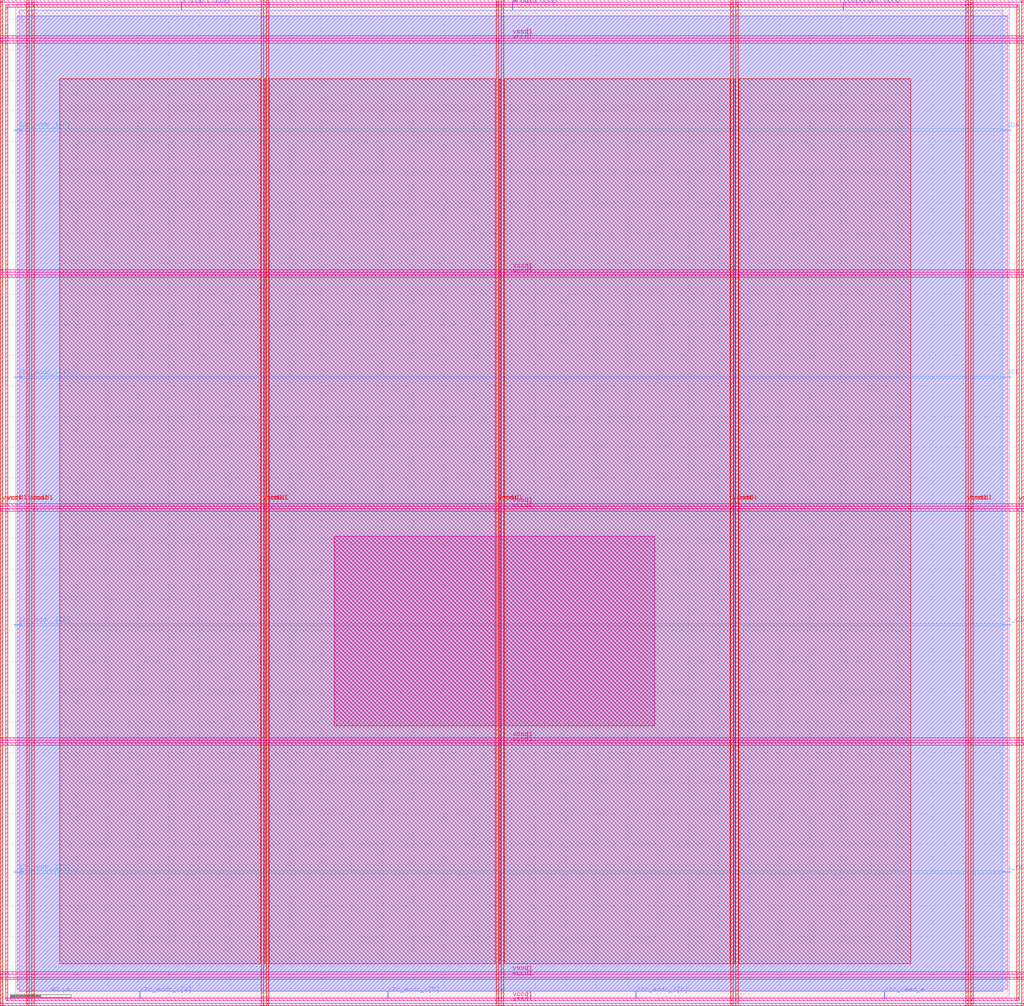
<source format=lef>
VERSION 5.7 ;
  NOWIREEXTENSIONATPIN ON ;
  DIVIDERCHAR "/" ;
  BUSBITCHARS "[]" ;
MACRO i2c_interface_component
  CLASS BLOCK ;
  FOREIGN i2c_interface_component ;
  ORIGIN 0.000 0.000 ;
  SIZE 650.000 BY 650.000 ;
  PIN SCL
    DIRECTION INOUT ;
    USE SIGNAL ;
    ANTENNAGATEAREA 0.126000 ;
    ANTENNADIFFAREA 1.782000 ;
    PORT
      LAYER met3 ;
        RECT 646.000 405.320 651.000 405.920 ;
    END
  END SCL
  PIN SDA
    DIRECTION INOUT ;
    USE SIGNAL ;
    ANTENNAGATEAREA 0.126000 ;
    ANTENNADIFFAREA 1.782000 ;
    PORT
      LAYER met3 ;
        RECT 646.000 567.160 651.000 567.760 ;
    END
  END SDA
  PIN component_mode
    DIRECTION INPUT ;
    USE SIGNAL ;
    ANTENNAGATEAREA 0.213000 ;
    PORT
      LAYER met2 ;
        RECT 541.510 646.000 541.790 651.000 ;
    END
  END component_mode
  PIN i2c_addr_i[0]
    DIRECTION INPUT ;
    USE SIGNAL ;
    ANTENNAGATEAREA 0.495000 ;
    PORT
      LAYER met3 ;
        RECT -1.000 567.160 4.000 567.760 ;
    END
  END i2c_addr_i[0]
  PIN i2c_addr_i[1]
    DIRECTION INPUT ;
    USE SIGNAL ;
    ANTENNAGATEAREA 0.426000 ;
    PORT
      LAYER met3 ;
        RECT -1.000 405.320 4.000 405.920 ;
    END
  END i2c_addr_i[1]
  PIN i2c_addr_i[2]
    DIRECTION INPUT ;
    USE SIGNAL ;
    ANTENNAGATEAREA 0.247500 ;
    PORT
      LAYER met3 ;
        RECT -1.000 243.480 4.000 244.080 ;
    END
  END i2c_addr_i[2]
  PIN i2c_addr_i[3]
    DIRECTION INPUT ;
    USE SIGNAL ;
    ANTENNAGATEAREA 0.213000 ;
    PORT
      LAYER met3 ;
        RECT -1.000 81.640 4.000 82.240 ;
    END
  END i2c_addr_i[3]
  PIN i2c_addr_i[4]
    DIRECTION INPUT ;
    USE SIGNAL ;
    ANTENNAGATEAREA 0.159000 ;
    PORT
      LAYER met2 ;
        RECT 81.050 -1.000 81.330 4.000 ;
    END
  END i2c_addr_i[4]
  PIN i2c_addr_i[5]
    DIRECTION INPUT ;
    USE SIGNAL ;
    ANTENNAGATEAREA 0.213000 ;
    PORT
      LAYER met2 ;
        RECT 243.430 -1.000 243.710 4.000 ;
    END
  END i2c_addr_i[5]
  PIN i2c_addr_i[6]
    DIRECTION INPUT ;
    USE SIGNAL ;
    ANTENNAGATEAREA 0.196500 ;
    PORT
      LAYER met2 ;
        RECT 405.810 -1.000 406.090 4.000 ;
    END
  END i2c_addr_i[6]
  PIN i2c_read_e
    DIRECTION INPUT ;
    USE SIGNAL ;
    ANTENNAGATEAREA 0.213000 ;
    PORT
      LAYER met2 ;
        RECT 568.190 -1.000 568.470 4.000 ;
    END
  END i2c_read_e
  PIN m_data_dump
    DIRECTION OUTPUT TRISTATE ;
    USE SIGNAL ;
    ANTENNADIFFAREA 0.445500 ;
    PORT
      LAYER met2 ;
        RECT 324.850 646.000 325.130 651.000 ;
    END
  END m_data_dump
  PIN m_start_dump
    DIRECTION INPUT ;
    USE SIGNAL ;
    ANTENNAGATEAREA 0.213000 ;
    PORT
      LAYER met2 ;
        RECT 108.190 646.000 108.470 651.000 ;
    END
  END m_start_dump
  PIN p_clock
    DIRECTION INPUT ;
    USE SIGNAL ;
    ANTENNAGATEAREA 0.852000 ;
    PORT
      LAYER met3 ;
        RECT 646.000 243.480 651.000 244.080 ;
    END
  END p_clock
  PIN p_reset
    DIRECTION INPUT ;
    USE SIGNAL ;
    ANTENNAGATEAREA 0.196500 ;
    PORT
      LAYER met3 ;
        RECT 646.000 81.640 651.000 82.240 ;
    END
  END p_reset
  PIN vccd1
    DIRECTION INOUT ;
    USE POWER ;
    PORT
      LAYER met4 ;
        RECT -6.680 -2.160 -5.080 649.520 ;
    END
    PORT
      LAYER met5 ;
        RECT -6.680 -2.160 656.660 -0.560 ;
    END
    PORT
      LAYER met5 ;
        RECT -6.680 647.920 656.660 649.520 ;
    END
    PORT
      LAYER met4 ;
        RECT 655.060 -2.160 656.660 649.520 ;
    END
    PORT
      LAYER met4 ;
        RECT 7.120 -5.460 8.720 652.820 ;
    END
    PORT
      LAYER met4 ;
        RECT 160.720 -5.460 162.320 652.820 ;
    END
    PORT
      LAYER met4 ;
        RECT 314.320 -5.460 315.920 652.820 ;
    END
    PORT
      LAYER met4 ;
        RECT 467.920 -5.460 469.520 652.820 ;
    END
    PORT
      LAYER met4 ;
        RECT 621.520 -5.460 623.120 652.820 ;
    END
    PORT
      LAYER met5 ;
        RECT -9.980 11.640 659.960 13.240 ;
    END
    PORT
      LAYER met5 ;
        RECT -9.980 164.820 659.960 166.420 ;
    END
    PORT
      LAYER met5 ;
        RECT -9.980 318.000 659.960 319.600 ;
    END
    PORT
      LAYER met5 ;
        RECT -9.980 471.180 659.960 472.780 ;
    END
    PORT
      LAYER met5 ;
        RECT -9.980 624.360 659.960 625.960 ;
    END
  END vccd1
  PIN vssd1
    DIRECTION INOUT ;
    USE GROUND ;
    PORT
      LAYER met4 ;
        RECT -9.980 -5.460 -8.380 652.820 ;
    END
    PORT
      LAYER met5 ;
        RECT -9.980 -5.460 659.960 -3.860 ;
    END
    PORT
      LAYER met5 ;
        RECT -9.980 651.220 659.960 652.820 ;
    END
    PORT
      LAYER met4 ;
        RECT 658.360 -5.460 659.960 652.820 ;
    END
    PORT
      LAYER met4 ;
        RECT 10.420 -5.460 12.020 652.820 ;
    END
    PORT
      LAYER met4 ;
        RECT 164.020 -5.460 165.620 652.820 ;
    END
    PORT
      LAYER met4 ;
        RECT 317.620 -5.460 319.220 652.820 ;
    END
    PORT
      LAYER met4 ;
        RECT 471.220 -5.460 472.820 652.820 ;
    END
    PORT
      LAYER met4 ;
        RECT 624.820 -5.460 626.420 652.820 ;
    END
    PORT
      LAYER met5 ;
        RECT -9.980 14.940 659.960 16.540 ;
    END
    PORT
      LAYER met5 ;
        RECT -9.980 168.120 659.960 169.720 ;
    END
    PORT
      LAYER met5 ;
        RECT -9.980 321.300 659.960 322.900 ;
    END
    PORT
      LAYER met5 ;
        RECT -9.980 474.480 659.960 476.080 ;
    END
    PORT
      LAYER met5 ;
        RECT -9.980 627.660 659.960 629.260 ;
    END
  END vssd1
  OBS
      LAYER li1 ;
        RECT 0.920 5.355 649.060 642.005 ;
      LAYER met1 ;
        RECT 0.920 5.200 649.060 642.160 ;
      LAYER met2 ;
        RECT 2.390 645.720 107.910 646.000 ;
        RECT 108.750 645.720 324.570 646.000 ;
        RECT 325.410 645.720 541.230 646.000 ;
        RECT 542.070 645.720 645.740 646.000 ;
        RECT 2.390 4.280 645.740 645.720 ;
        RECT 2.390 4.000 80.770 4.280 ;
        RECT 81.610 4.000 243.150 4.280 ;
        RECT 243.990 4.000 405.530 4.280 ;
        RECT 406.370 4.000 567.910 4.280 ;
        RECT 568.750 4.000 645.740 4.280 ;
      LAYER met3 ;
        RECT 2.365 568.160 646.000 642.085 ;
        RECT 4.400 566.760 645.600 568.160 ;
        RECT 2.365 406.320 646.000 566.760 ;
        RECT 4.400 404.920 645.600 406.320 ;
        RECT 2.365 244.480 646.000 404.920 ;
        RECT 4.400 243.080 645.600 244.480 ;
        RECT 2.365 82.640 646.000 243.080 ;
        RECT 4.400 81.240 645.600 82.640 ;
        RECT 2.365 5.275 646.000 81.240 ;
      LAYER met4 ;
        RECT 28.815 21.935 160.320 600.945 ;
        RECT 162.720 21.935 163.620 600.945 ;
        RECT 166.020 21.935 313.920 600.945 ;
        RECT 316.320 21.935 317.220 600.945 ;
        RECT 319.620 21.935 467.520 600.945 ;
        RECT 469.920 21.935 470.820 600.945 ;
        RECT 473.220 21.935 585.745 600.945 ;
      LAYER met5 ;
        RECT 208.500 177.700 418.020 301.700 ;
  END
END i2c_interface_component
END LIBRARY


</source>
